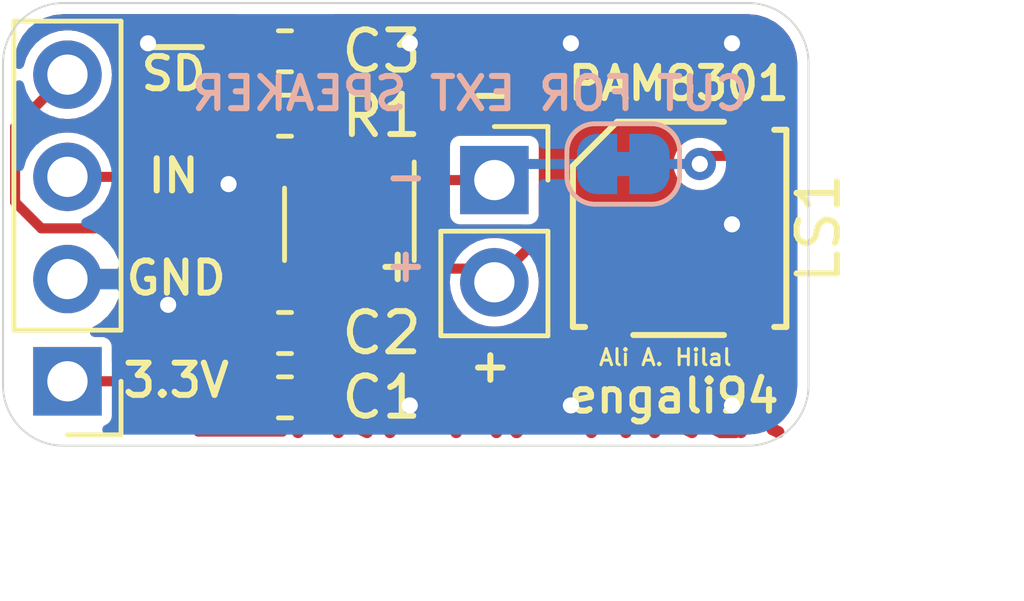
<source format=kicad_pcb>
(kicad_pcb (version 20171130) (host pcbnew "(5.1.2-1)-1")

  (general
    (thickness 1.6)
    (drawings 24)
    (tracks 47)
    (zones 0)
    (modules 9)
    (nets 10)
  )

  (page A4)
  (layers
    (0 F.Cu signal hide)
    (31 B.Cu signal hide)
    (32 B.Adhes user)
    (33 F.Adhes user)
    (34 B.Paste user)
    (35 F.Paste user)
    (36 B.SilkS user)
    (37 F.SilkS user)
    (38 B.Mask user)
    (39 F.Mask user)
    (40 Dwgs.User user)
    (41 Cmts.User user)
    (42 Eco1.User user)
    (43 Eco2.User user)
    (44 Edge.Cuts user)
    (45 Margin user)
    (46 B.CrtYd user)
    (47 F.CrtYd user)
    (48 B.Fab user hide)
    (49 F.Fab user hide)
  )

  (setup
    (last_trace_width 0.25)
    (trace_clearance 0.2)
    (zone_clearance 0.25)
    (zone_45_only no)
    (trace_min 0.2)
    (via_size 0.8)
    (via_drill 0.4)
    (via_min_size 0.4)
    (via_min_drill 0.3)
    (uvia_size 0.3)
    (uvia_drill 0.1)
    (uvias_allowed no)
    (uvia_min_size 0.2)
    (uvia_min_drill 0.1)
    (edge_width 0.05)
    (segment_width 0.2)
    (pcb_text_width 0.3)
    (pcb_text_size 1.5 1.5)
    (mod_edge_width 0.12)
    (mod_text_size 1 1)
    (mod_text_width 0.15)
    (pad_size 1.524 1.524)
    (pad_drill 0.762)
    (pad_to_mask_clearance 0.051)
    (solder_mask_min_width 0.25)
    (aux_axis_origin 0 0)
    (visible_elements FFFFFF7F)
    (pcbplotparams
      (layerselection 0x010fc_ffffffff)
      (usegerberextensions false)
      (usegerberattributes false)
      (usegerberadvancedattributes false)
      (creategerberjobfile false)
      (excludeedgelayer true)
      (linewidth 0.100000)
      (plotframeref false)
      (viasonmask false)
      (mode 1)
      (useauxorigin false)
      (hpglpennumber 1)
      (hpglpenspeed 20)
      (hpglpendiameter 15.000000)
      (psnegative false)
      (psa4output false)
      (plotreference true)
      (plotvalue true)
      (plotinvisibletext false)
      (padsonsilk false)
      (subtractmaskfromsilk false)
      (outputformat 1)
      (mirror false)
      (drillshape 1)
      (scaleselection 1)
      (outputdirectory ""))
  )

  (net 0 "")
  (net 1 GND)
  (net 2 +3V3)
  (net 3 /IN)
  (net 4 "Net-(C3-Pad1)")
  (net 5 /~SD~)
  (net 6 "Net-(J2-Pad2)")
  (net 7 "Net-(J2-Pad1)")
  (net 8 "Net-(JP1-Pad2)")
  (net 9 "Net-(R1-Pad1)")

  (net_class Default "This is the default net class."
    (clearance 0.2)
    (trace_width 0.25)
    (via_dia 0.8)
    (via_drill 0.4)
    (uvia_dia 0.3)
    (uvia_drill 0.1)
    (add_net +3V3)
    (add_net /IN)
    (add_net /~SD~)
    (add_net GND)
    (add_net "Net-(C3-Pad1)")
    (add_net "Net-(J2-Pad1)")
    (add_net "Net-(J2-Pad2)")
    (add_net "Net-(JP1-Pad2)")
    (add_net "Net-(R1-Pad1)")
  )

  (module Connector_PinHeader_2.54mm:PinHeader_1x04_P2.54mm_Vertical (layer F.Cu) (tedit 59FED5CC) (tstamp 5CF2B84D)
    (at 125 83.4 180)
    (descr "Through hole straight pin header, 1x04, 2.54mm pitch, single row")
    (tags "Through hole pin header THT 1x04 2.54mm single row")
    (path /5D09B593)
    (fp_text reference J1 (at 0 -2.77) (layer F.SilkS) hide
      (effects (font (size 1 1) (thickness 0.15)))
    )
    (fp_text value Conn_01x04 (at 0 10.39) (layer F.Fab)
      (effects (font (size 1 1) (thickness 0.15)))
    )
    (fp_text user %R (at 0 3.81 90) (layer F.Fab)
      (effects (font (size 1 1) (thickness 0.15)))
    )
    (fp_line (start 1.8 -1.8) (end -1.8 -1.8) (layer F.CrtYd) (width 0.05))
    (fp_line (start 1.8 9.4) (end 1.8 -1.8) (layer F.CrtYd) (width 0.05))
    (fp_line (start -1.8 9.4) (end 1.8 9.4) (layer F.CrtYd) (width 0.05))
    (fp_line (start -1.8 -1.8) (end -1.8 9.4) (layer F.CrtYd) (width 0.05))
    (fp_line (start -1.33 -1.33) (end 0 -1.33) (layer F.SilkS) (width 0.12))
    (fp_line (start -1.33 0) (end -1.33 -1.33) (layer F.SilkS) (width 0.12))
    (fp_line (start -1.33 1.27) (end 1.33 1.27) (layer F.SilkS) (width 0.12))
    (fp_line (start 1.33 1.27) (end 1.33 8.95) (layer F.SilkS) (width 0.12))
    (fp_line (start -1.33 1.27) (end -1.33 8.95) (layer F.SilkS) (width 0.12))
    (fp_line (start -1.33 8.95) (end 1.33 8.95) (layer F.SilkS) (width 0.12))
    (fp_line (start -1.27 -0.635) (end -0.635 -1.27) (layer F.Fab) (width 0.1))
    (fp_line (start -1.27 8.89) (end -1.27 -0.635) (layer F.Fab) (width 0.1))
    (fp_line (start 1.27 8.89) (end -1.27 8.89) (layer F.Fab) (width 0.1))
    (fp_line (start 1.27 -1.27) (end 1.27 8.89) (layer F.Fab) (width 0.1))
    (fp_line (start -0.635 -1.27) (end 1.27 -1.27) (layer F.Fab) (width 0.1))
    (pad 4 thru_hole oval (at 0 7.62 180) (size 1.7 1.7) (drill 1) (layers *.Cu *.Mask)
      (net 5 /~SD~))
    (pad 3 thru_hole oval (at 0 5.08 180) (size 1.7 1.7) (drill 1) (layers *.Cu *.Mask)
      (net 3 /IN))
    (pad 2 thru_hole oval (at 0 2.54 180) (size 1.7 1.7) (drill 1) (layers *.Cu *.Mask)
      (net 1 GND))
    (pad 1 thru_hole rect (at 0 0 180) (size 1.7 1.7) (drill 1) (layers *.Cu *.Mask)
      (net 2 +3V3))
    (model ${KISYS3DMOD}/Connector_PinHeader_2.54mm.3dshapes/PinHeader_1x04_P2.54mm_Vertical.wrl
      (at (xyz 0 0 0))
      (scale (xyz 1 1 1))
      (rotate (xyz 0 0 0))
    )
  )

  (module Resistor_SMD:R_0603_1608Metric (layer F.Cu) (tedit 5B301BBD) (tstamp 5CF2CA9D)
    (at 130.4 76.8 180)
    (descr "Resistor SMD 0603 (1608 Metric), square (rectangular) end terminal, IPC_7351 nominal, (Body size source: http://www.tortai-tech.com/upload/download/2011102023233369053.pdf), generated with kicad-footprint-generator")
    (tags resistor)
    (path /5CF2F063)
    (attr smd)
    (fp_text reference R1 (at -2.4 0) (layer F.SilkS)
      (effects (font (size 1 1) (thickness 0.15)))
    )
    (fp_text value 47k (at 0 1.43) (layer F.Fab)
      (effects (font (size 1 1) (thickness 0.15)))
    )
    (fp_text user %R (at 0 0) (layer F.Fab)
      (effects (font (size 0.4 0.4) (thickness 0.06)))
    )
    (fp_line (start 1.48 0.73) (end -1.48 0.73) (layer F.CrtYd) (width 0.05))
    (fp_line (start 1.48 -0.73) (end 1.48 0.73) (layer F.CrtYd) (width 0.05))
    (fp_line (start -1.48 -0.73) (end 1.48 -0.73) (layer F.CrtYd) (width 0.05))
    (fp_line (start -1.48 0.73) (end -1.48 -0.73) (layer F.CrtYd) (width 0.05))
    (fp_line (start -0.162779 0.51) (end 0.162779 0.51) (layer F.SilkS) (width 0.12))
    (fp_line (start -0.162779 -0.51) (end 0.162779 -0.51) (layer F.SilkS) (width 0.12))
    (fp_line (start 0.8 0.4) (end -0.8 0.4) (layer F.Fab) (width 0.1))
    (fp_line (start 0.8 -0.4) (end 0.8 0.4) (layer F.Fab) (width 0.1))
    (fp_line (start -0.8 -0.4) (end 0.8 -0.4) (layer F.Fab) (width 0.1))
    (fp_line (start -0.8 0.4) (end -0.8 -0.4) (layer F.Fab) (width 0.1))
    (pad 2 smd roundrect (at 0.7875 0 180) (size 0.875 0.95) (layers F.Cu F.Paste F.Mask) (roundrect_rratio 0.25)
      (net 4 "Net-(C3-Pad1)"))
    (pad 1 smd roundrect (at -0.7875 0 180) (size 0.875 0.95) (layers F.Cu F.Paste F.Mask) (roundrect_rratio 0.25)
      (net 9 "Net-(R1-Pad1)"))
    (model ${KISYS3DMOD}/Resistor_SMD.3dshapes/R_0603_1608Metric.wrl
      (at (xyz 0 0 0))
      (scale (xyz 1 1 1))
      (rotate (xyz 0 0 0))
    )
  )

  (module Package_TO_SOT_SMD:SOT-23-6 (layer F.Cu) (tedit 5A02FF57) (tstamp 5CF2B8A8)
    (at 132 79.5 270)
    (descr "6-pin SOT-23 package")
    (tags SOT-23-6)
    (path /5D08EA68)
    (attr smd)
    (fp_text reference U1 (at 0 -2.9 90) (layer F.SilkS) hide
      (effects (font (size 1 1) (thickness 0.15)))
    )
    (fp_text value PAM8301 (at 0 2.9 90) (layer F.Fab)
      (effects (font (size 1 1) (thickness 0.15)))
    )
    (fp_line (start 0.9 -1.55) (end 0.9 1.55) (layer F.Fab) (width 0.1))
    (fp_line (start 0.9 1.55) (end -0.9 1.55) (layer F.Fab) (width 0.1))
    (fp_line (start -0.9 -0.9) (end -0.9 1.55) (layer F.Fab) (width 0.1))
    (fp_line (start 0.9 -1.55) (end -0.25 -1.55) (layer F.Fab) (width 0.1))
    (fp_line (start -0.9 -0.9) (end -0.25 -1.55) (layer F.Fab) (width 0.1))
    (fp_line (start -1.9 -1.8) (end -1.9 1.8) (layer F.CrtYd) (width 0.05))
    (fp_line (start -1.9 1.8) (end 1.9 1.8) (layer F.CrtYd) (width 0.05))
    (fp_line (start 1.9 1.8) (end 1.9 -1.8) (layer F.CrtYd) (width 0.05))
    (fp_line (start 1.9 -1.8) (end -1.9 -1.8) (layer F.CrtYd) (width 0.05))
    (fp_line (start 0.9 -1.61) (end -1.55 -1.61) (layer F.SilkS) (width 0.12))
    (fp_line (start -0.9 1.61) (end 0.9 1.61) (layer F.SilkS) (width 0.12))
    (fp_text user %R (at 0 0) (layer F.Fab)
      (effects (font (size 0.5 0.5) (thickness 0.075)))
    )
    (pad 5 smd rect (at 1.1 0 270) (size 1.06 0.65) (layers F.Cu F.Paste F.Mask)
      (net 2 +3V3))
    (pad 6 smd rect (at 1.1 -0.95 270) (size 1.06 0.65) (layers F.Cu F.Paste F.Mask)
      (net 6 "Net-(J2-Pad2)"))
    (pad 4 smd rect (at 1.1 0.95 270) (size 1.06 0.65) (layers F.Cu F.Paste F.Mask)
      (net 5 /~SD~))
    (pad 3 smd rect (at -1.1 0.95 270) (size 1.06 0.65) (layers F.Cu F.Paste F.Mask)
      (net 9 "Net-(R1-Pad1)"))
    (pad 2 smd rect (at -1.1 0 270) (size 1.06 0.65) (layers F.Cu F.Paste F.Mask)
      (net 1 GND))
    (pad 1 smd rect (at -1.1 -0.95 270) (size 1.06 0.65) (layers F.Cu F.Paste F.Mask)
      (net 7 "Net-(J2-Pad1)"))
    (model ${KISYS3DMOD}/Package_TO_SOT_SMD.3dshapes/SOT-23-6.wrl
      (at (xyz 0 0 0))
      (scale (xyz 1 1 1))
      (rotate (xyz 0 0 0))
    )
  )

  (module Buzzer_Beeper_Extra:CMT-5023S (layer F.Cu) (tedit 5BA2AFCF) (tstamp 5CF2C151)
    (at 140.2 79.6 90)
    (path /5D08C2E2)
    (attr smd)
    (fp_text reference LS1 (at 0 3.45 90) (layer F.SilkS)
      (effects (font (size 1 1) (thickness 0.15)))
    )
    (fp_text value Speaker (at 0 -3.4 90) (layer F.Fab)
      (effects (font (size 1 1) (thickness 0.15)))
    )
    (fp_line (start -2.65 -1.15) (end -2.65 1.1) (layer F.SilkS) (width 0.15))
    (fp_line (start 1.55 -2.65) (end 2.65 -1.55) (layer F.SilkS) (width 0.15))
    (fp_line (start 2.45 2.65) (end 2.45 2.35) (layer F.SilkS) (width 0.15))
    (fp_line (start -2.45 2.65) (end 2.45 2.65) (layer F.SilkS) (width 0.15))
    (fp_line (start -2.45 2.35) (end -2.45 2.65) (layer F.SilkS) (width 0.15))
    (fp_line (start -2.45 -2.65) (end -2.45 -2.35) (layer F.SilkS) (width 0.15))
    (fp_line (start 1.55 -2.65) (end -2.45 -2.65) (layer F.SilkS) (width 0.15))
    (fp_line (start 2.65 -1.55) (end 2.65 1.1) (layer F.SilkS) (width 0.15))
    (fp_line (start 1.5 -2.5) (end 2.5 -1.5) (layer F.Fab) (width 0.12))
    (fp_line (start -2.3 -2.5) (end 1.5 -2.5) (layer F.Fab) (width 0.12))
    (fp_line (start -2.3 -1.2) (end -2.3 -2.5) (layer F.Fab) (width 0.12))
    (fp_line (start 2.5 1) (end 2.5 -1.5) (layer F.Fab) (width 0.12))
    (fp_line (start 2.3 1.2) (end 2.5 1) (layer F.Fab) (width 0.12))
    (fp_line (start 2.3 2.5) (end 2.3 1.2) (layer F.Fab) (width 0.12))
    (fp_line (start -2.3 2.5) (end 2.3 2.5) (layer F.Fab) (width 0.12))
    (fp_line (start -2.3 1.2) (end -2.3 2.5) (layer F.Fab) (width 0.12))
    (fp_line (start -2.5 1) (end -2.3 1.2) (layer F.Fab) (width 0.12))
    (fp_line (start -2.5 0) (end -2.5 1) (layer F.Fab) (width 0.12))
    (fp_line (start -2.5 -1) (end -2.3 -1.2) (layer F.Fab) (width 0.12))
    (fp_line (start -2.5 0) (end -2.5 -1) (layer F.Fab) (width 0.12))
    (fp_circle (center 0 0) (end 0.4 0) (layer F.Fab) (width 0.12))
    (pad "" smd rect (at -1.8 -1.75 90) (size 1.7 1) (layers F.Cu F.Paste F.Mask))
    (pad 1 smd rect (at -1.8 1.75 90) (size 1.7 1) (layers F.Cu F.Paste F.Mask)
      (net 6 "Net-(J2-Pad2)"))
    (pad 2 smd rect (at 1.8 1.75 90) (size 1.7 1) (layers F.Cu F.Paste F.Mask)
      (net 8 "Net-(JP1-Pad2)"))
    (model ${KISYS3DMOD}/Buzzers_Beepers.3dshapes/PUIAudio_SMT_0825_S_4_R.step
      (at (xyz 0 0 0))
      (scale (xyz 0.6 0.5 0.7))
      (rotate (xyz 0 0 0))
    )
  )

  (module Jumper:SolderJumper-2_P1.3mm_Bridged_RoundedPad1.0x1.5mm (layer B.Cu) (tedit 5C745284) (tstamp 5CF2C112)
    (at 138.8 78)
    (descr "SMD Solder Jumper, 1x1.5mm, rounded Pads, 0.3mm gap, bridged with 1 copper strip")
    (tags "solder jumper open")
    (path /5D08B62E)
    (attr virtual)
    (fp_text reference JP1 (at 0 1.8) (layer B.SilkS) hide
      (effects (font (size 1 1) (thickness 0.15)) (justify mirror))
    )
    (fp_text value Jumper_NC_Small (at 0 -1.9) (layer B.Fab)
      (effects (font (size 1 1) (thickness 0.15)) (justify mirror))
    )
    (fp_poly (pts (xy 0.25 0.3) (xy -0.25 0.3) (xy -0.25 -0.3) (xy 0.25 -0.3)) (layer B.Cu) (width 0))
    (fp_line (start 1.65 -1.25) (end -1.65 -1.25) (layer B.CrtYd) (width 0.05))
    (fp_line (start 1.65 -1.25) (end 1.65 1.25) (layer B.CrtYd) (width 0.05))
    (fp_line (start -1.65 1.25) (end -1.65 -1.25) (layer B.CrtYd) (width 0.05))
    (fp_line (start -1.65 1.25) (end 1.65 1.25) (layer B.CrtYd) (width 0.05))
    (fp_line (start -0.7 1) (end 0.7 1) (layer B.SilkS) (width 0.12))
    (fp_line (start 1.4 0.3) (end 1.4 -0.3) (layer B.SilkS) (width 0.12))
    (fp_line (start 0.7 -1) (end -0.7 -1) (layer B.SilkS) (width 0.12))
    (fp_line (start -1.4 -0.3) (end -1.4 0.3) (layer B.SilkS) (width 0.12))
    (fp_arc (start -0.7 0.3) (end -0.7 1) (angle 90) (layer B.SilkS) (width 0.12))
    (fp_arc (start -0.7 -0.3) (end -1.4 -0.3) (angle 90) (layer B.SilkS) (width 0.12))
    (fp_arc (start 0.7 -0.3) (end 0.7 -1) (angle 90) (layer B.SilkS) (width 0.12))
    (fp_arc (start 0.7 0.3) (end 1.4 0.3) (angle 90) (layer B.SilkS) (width 0.12))
    (pad 1 smd custom (at -0.65 0) (size 1 0.5) (layers B.Cu B.Mask)
      (net 7 "Net-(J2-Pad1)") (zone_connect 2)
      (options (clearance outline) (anchor rect))
      (primitives
        (gr_circle (center 0 -0.25) (end 0.5 -0.25) (width 0))
        (gr_circle (center 0 0.25) (end 0.5 0.25) (width 0))
        (gr_poly (pts
           (xy 0 0.75) (xy 0.5 0.75) (xy 0.5 -0.75) (xy 0 -0.75)) (width 0))
      ))
    (pad 2 smd custom (at 0.65 0) (size 1 0.5) (layers B.Cu B.Mask)
      (net 8 "Net-(JP1-Pad2)") (zone_connect 2)
      (options (clearance outline) (anchor rect))
      (primitives
        (gr_circle (center 0 -0.25) (end 0.5 -0.25) (width 0))
        (gr_circle (center 0 0.25) (end 0.5 0.25) (width 0))
        (gr_poly (pts
           (xy 0 0.75) (xy -0.5 0.75) (xy -0.5 -0.75) (xy 0 -0.75)) (width 0))
      ))
  )

  (module Connector_PinSocket_2.54mm:PinSocket_1x02_P2.54mm_Vertical (layer F.Cu) (tedit 5A19A420) (tstamp 5CF2C0D6)
    (at 135.6 78.4)
    (descr "Through hole straight socket strip, 1x02, 2.54mm pitch, single row (from Kicad 4.0.7), script generated")
    (tags "Through hole socket strip THT 1x02 2.54mm single row")
    (path /5D09721F)
    (fp_text reference J2 (at 0 -2.77) (layer F.SilkS) hide
      (effects (font (size 1 1) (thickness 0.15)))
    )
    (fp_text value Conn_01x02 (at 0 5.31) (layer F.Fab)
      (effects (font (size 1 1) (thickness 0.15)))
    )
    (fp_text user %R (at 0 1.27 90) (layer F.Fab)
      (effects (font (size 1 1) (thickness 0.15)))
    )
    (fp_line (start -1.8 4.3) (end -1.8 -1.8) (layer F.CrtYd) (width 0.05))
    (fp_line (start 1.75 4.3) (end -1.8 4.3) (layer F.CrtYd) (width 0.05))
    (fp_line (start 1.75 -1.8) (end 1.75 4.3) (layer F.CrtYd) (width 0.05))
    (fp_line (start -1.8 -1.8) (end 1.75 -1.8) (layer F.CrtYd) (width 0.05))
    (fp_line (start 0 -1.33) (end 1.33 -1.33) (layer F.SilkS) (width 0.12))
    (fp_line (start 1.33 -1.33) (end 1.33 0) (layer F.SilkS) (width 0.12))
    (fp_line (start 1.33 1.27) (end 1.33 3.87) (layer F.SilkS) (width 0.12))
    (fp_line (start -1.33 3.87) (end 1.33 3.87) (layer F.SilkS) (width 0.12))
    (fp_line (start -1.33 1.27) (end -1.33 3.87) (layer F.SilkS) (width 0.12))
    (fp_line (start -1.33 1.27) (end 1.33 1.27) (layer F.SilkS) (width 0.12))
    (fp_line (start -1.27 3.81) (end -1.27 -1.27) (layer F.Fab) (width 0.1))
    (fp_line (start 1.27 3.81) (end -1.27 3.81) (layer F.Fab) (width 0.1))
    (fp_line (start 1.27 -0.635) (end 1.27 3.81) (layer F.Fab) (width 0.1))
    (fp_line (start 0.635 -1.27) (end 1.27 -0.635) (layer F.Fab) (width 0.1))
    (fp_line (start -1.27 -1.27) (end 0.635 -1.27) (layer F.Fab) (width 0.1))
    (pad 2 thru_hole oval (at 0 2.54) (size 1.7 1.7) (drill 1) (layers *.Cu *.Mask)
      (net 6 "Net-(J2-Pad2)"))
    (pad 1 thru_hole rect (at 0 0) (size 1.7 1.7) (drill 1) (layers *.Cu *.Mask)
      (net 7 "Net-(J2-Pad1)"))
  )

  (module Capacitor_SMD:C_0603_1608Metric (layer F.Cu) (tedit 5B301BBE) (tstamp 5CF2C0A1)
    (at 130.4 75.2 180)
    (descr "Capacitor SMD 0603 (1608 Metric), square (rectangular) end terminal, IPC_7351 nominal, (Body size source: http://www.tortai-tech.com/upload/download/2011102023233369053.pdf), generated with kicad-footprint-generator")
    (tags capacitor)
    (path /5D09D330)
    (attr smd)
    (fp_text reference C3 (at -2.4 0) (layer F.SilkS)
      (effects (font (size 1 1) (thickness 0.15)))
    )
    (fp_text value 0.1uF (at 0 1.43) (layer F.Fab)
      (effects (font (size 1 1) (thickness 0.15)))
    )
    (fp_text user %R (at 0 0) (layer F.Fab)
      (effects (font (size 0.4 0.4) (thickness 0.06)))
    )
    (fp_line (start 1.48 0.73) (end -1.48 0.73) (layer F.CrtYd) (width 0.05))
    (fp_line (start 1.48 -0.73) (end 1.48 0.73) (layer F.CrtYd) (width 0.05))
    (fp_line (start -1.48 -0.73) (end 1.48 -0.73) (layer F.CrtYd) (width 0.05))
    (fp_line (start -1.48 0.73) (end -1.48 -0.73) (layer F.CrtYd) (width 0.05))
    (fp_line (start -0.162779 0.51) (end 0.162779 0.51) (layer F.SilkS) (width 0.12))
    (fp_line (start -0.162779 -0.51) (end 0.162779 -0.51) (layer F.SilkS) (width 0.12))
    (fp_line (start 0.8 0.4) (end -0.8 0.4) (layer F.Fab) (width 0.1))
    (fp_line (start 0.8 -0.4) (end 0.8 0.4) (layer F.Fab) (width 0.1))
    (fp_line (start -0.8 -0.4) (end 0.8 -0.4) (layer F.Fab) (width 0.1))
    (fp_line (start -0.8 0.4) (end -0.8 -0.4) (layer F.Fab) (width 0.1))
    (pad 2 smd roundrect (at 0.7875 0 180) (size 0.875 0.95) (layers F.Cu F.Paste F.Mask) (roundrect_rratio 0.25)
      (net 3 /IN))
    (pad 1 smd roundrect (at -0.7875 0 180) (size 0.875 0.95) (layers F.Cu F.Paste F.Mask) (roundrect_rratio 0.25)
      (net 4 "Net-(C3-Pad1)"))
    (model ${KISYS3DMOD}/Capacitor_SMD.3dshapes/C_0603_1608Metric.wrl
      (at (xyz 0 0 0))
      (scale (xyz 1 1 1))
      (rotate (xyz 0 0 0))
    )
  )

  (module Capacitor_SMD:C_0603_1608Metric (layer F.Cu) (tedit 5B301BBE) (tstamp 5CF2B824)
    (at 130.4 82.2 180)
    (descr "Capacitor SMD 0603 (1608 Metric), square (rectangular) end terminal, IPC_7351 nominal, (Body size source: http://www.tortai-tech.com/upload/download/2011102023233369053.pdf), generated with kicad-footprint-generator")
    (tags capacitor)
    (path /5D098ABF)
    (attr smd)
    (fp_text reference C2 (at -2.4 0) (layer F.SilkS)
      (effects (font (size 1 1) (thickness 0.15)))
    )
    (fp_text value 10uF (at 0 1.43) (layer F.Fab)
      (effects (font (size 1 1) (thickness 0.15)))
    )
    (fp_text user %R (at 0 0) (layer F.Fab)
      (effects (font (size 0.4 0.4) (thickness 0.06)))
    )
    (fp_line (start 1.48 0.73) (end -1.48 0.73) (layer F.CrtYd) (width 0.05))
    (fp_line (start 1.48 -0.73) (end 1.48 0.73) (layer F.CrtYd) (width 0.05))
    (fp_line (start -1.48 -0.73) (end 1.48 -0.73) (layer F.CrtYd) (width 0.05))
    (fp_line (start -1.48 0.73) (end -1.48 -0.73) (layer F.CrtYd) (width 0.05))
    (fp_line (start -0.162779 0.51) (end 0.162779 0.51) (layer F.SilkS) (width 0.12))
    (fp_line (start -0.162779 -0.51) (end 0.162779 -0.51) (layer F.SilkS) (width 0.12))
    (fp_line (start 0.8 0.4) (end -0.8 0.4) (layer F.Fab) (width 0.1))
    (fp_line (start 0.8 -0.4) (end 0.8 0.4) (layer F.Fab) (width 0.1))
    (fp_line (start -0.8 -0.4) (end 0.8 -0.4) (layer F.Fab) (width 0.1))
    (fp_line (start -0.8 0.4) (end -0.8 -0.4) (layer F.Fab) (width 0.1))
    (pad 2 smd roundrect (at 0.7875 0 180) (size 0.875 0.95) (layers F.Cu F.Paste F.Mask) (roundrect_rratio 0.25)
      (net 1 GND))
    (pad 1 smd roundrect (at -0.7875 0 180) (size 0.875 0.95) (layers F.Cu F.Paste F.Mask) (roundrect_rratio 0.25)
      (net 2 +3V3))
    (model ${KISYS3DMOD}/Capacitor_SMD.3dshapes/C_0603_1608Metric.wrl
      (at (xyz 0 0 0))
      (scale (xyz 1 1 1))
      (rotate (xyz 0 0 0))
    )
  )

  (module Capacitor_SMD:C_0603_1608Metric (layer F.Cu) (tedit 5B301BBE) (tstamp 5CF2B813)
    (at 130.4 83.8 180)
    (descr "Capacitor SMD 0603 (1608 Metric), square (rectangular) end terminal, IPC_7351 nominal, (Body size source: http://www.tortai-tech.com/upload/download/2011102023233369053.pdf), generated with kicad-footprint-generator")
    (tags capacitor)
    (path /5D089161)
    (attr smd)
    (fp_text reference C1 (at -2.4 0) (layer F.SilkS)
      (effects (font (size 1 1) (thickness 0.15)))
    )
    (fp_text value 0.1uF (at 0 1.43) (layer F.Fab)
      (effects (font (size 1 1) (thickness 0.15)))
    )
    (fp_text user %R (at 0 0) (layer F.Fab)
      (effects (font (size 0.4 0.4) (thickness 0.06)))
    )
    (fp_line (start 1.48 0.73) (end -1.48 0.73) (layer F.CrtYd) (width 0.05))
    (fp_line (start 1.48 -0.73) (end 1.48 0.73) (layer F.CrtYd) (width 0.05))
    (fp_line (start -1.48 -0.73) (end 1.48 -0.73) (layer F.CrtYd) (width 0.05))
    (fp_line (start -1.48 0.73) (end -1.48 -0.73) (layer F.CrtYd) (width 0.05))
    (fp_line (start -0.162779 0.51) (end 0.162779 0.51) (layer F.SilkS) (width 0.12))
    (fp_line (start -0.162779 -0.51) (end 0.162779 -0.51) (layer F.SilkS) (width 0.12))
    (fp_line (start 0.8 0.4) (end -0.8 0.4) (layer F.Fab) (width 0.1))
    (fp_line (start 0.8 -0.4) (end 0.8 0.4) (layer F.Fab) (width 0.1))
    (fp_line (start -0.8 -0.4) (end 0.8 -0.4) (layer F.Fab) (width 0.1))
    (fp_line (start -0.8 0.4) (end -0.8 -0.4) (layer F.Fab) (width 0.1))
    (pad 2 smd roundrect (at 0.7875 0 180) (size 0.875 0.95) (layers F.Cu F.Paste F.Mask) (roundrect_rratio 0.25)
      (net 1 GND))
    (pad 1 smd roundrect (at -0.7875 0 180) (size 0.875 0.95) (layers F.Cu F.Paste F.Mask) (roundrect_rratio 0.25)
      (net 2 +3V3))
    (model ${KISYS3DMOD}/Capacitor_SMD.3dshapes/C_0603_1608Metric.wrl
      (at (xyz 0 0 0))
      (scale (xyz 1 1 1))
      (rotate (xyz 0 0 0))
    )
  )

  (gr_text "Ali A. Hilal" (at 139.84478 82.80654) (layer F.SilkS)
    (effects (font (size 0.4 0.4) (thickness 0.075)))
  )
  (gr_text "Ali A. Hilal" (at 136.72312 83.9851) (layer F.Cu)
    (effects (font (size 1.5 1.5) (thickness 0.3)))
  )
  (gr_text + (at 133.4 80.5) (layer B.SilkS) (tstamp 5CF2D2CF)
    (effects (font (size 0.8 0.8) (thickness 0.15)) (justify mirror))
  )
  (gr_text + (at 133.2 80.5) (layer F.SilkS) (tstamp 5CF2D286)
    (effects (font (size 0.8 0.8) (thickness 0.15)))
  )
  (gr_text - (at 133.4 78.3) (layer B.SilkS) (tstamp 5CF2D282)
    (effects (font (size 0.8 0.8) (thickness 0.15)) (justify mirror))
  )
  (gr_text engali94 (at 142.74546 83.76666) (layer F.SilkS) (tstamp 5CF2D128)
    (effects (font (size 0.8 0.8) (thickness 0.15)) (justify right))
  )
  (gr_text PAM8301 (at 143 76) (layer F.SilkS) (tstamp 5CF2D0F6)
    (effects (font (size 0.8 0.8) (thickness 0.15)) (justify right))
  )
  (gr_text ~SD~ (at 127.635 75.7555) (layer F.SilkS) (tstamp 5CF2D0A9)
    (effects (font (size 0.8 0.8) (thickness 0.15)))
  )
  (gr_text IN (at 127.635 78.2955) (layer F.SilkS) (tstamp 5CF2D0A7)
    (effects (font (size 0.8 0.8) (thickness 0.15)))
  )
  (gr_text GND (at 127.6985 80.8355) (layer F.SilkS) (tstamp 5CF2D0A5)
    (effects (font (size 0.8 0.8) (thickness 0.15)))
  )
  (gr_text 3.3V (at 127.6985 83.3755) (layer F.SilkS) (tstamp 5CF2D0A0)
    (effects (font (size 0.8 0.8) (thickness 0.15)))
  )
  (gr_text + (at 135.5 83) (layer F.SilkS) (tstamp 5CF2D059)
    (effects (font (size 0.8 0.8) (thickness 0.15)))
  )
  (gr_text - (at 135.5 76.25) (layer F.SilkS) (tstamp 5CF2D04C)
    (effects (font (size 0.8 0.8) (thickness 0.15)))
  )
  (gr_text "CUT FOR EXT SPEAKER" (at 142 76.25) (layer B.SilkS)
    (effects (font (size 0.8 0.8) (thickness 0.15)) (justify left mirror))
  )
  (gr_arc (start 124.9 83.5) (end 123.4 83.5) (angle -90) (layer Edge.Cuts) (width 0.05) (tstamp 5CF2CF4E))
  (gr_arc (start 124.9 75.5) (end 124.9 74) (angle -90) (layer Edge.Cuts) (width 0.05) (tstamp 5CF2CF4D))
  (gr_line (start 123.4 83.5) (end 123.4 75.5) (layer Edge.Cuts) (width 0.05) (tstamp 5CF2CF4C))
  (dimension 11 (width 0.15) (layer Margin)
    (gr_text "11.000 mm" (at 147.4 79.5 270) (layer Margin)
      (effects (font (size 1 1) (thickness 0.15)))
    )
    (feature1 (pts (xy 144.1 85) (xy 146.686421 85)))
    (feature2 (pts (xy 144.1 74) (xy 146.686421 74)))
    (crossbar (pts (xy 146.1 74) (xy 146.1 85)))
    (arrow1a (pts (xy 146.1 85) (xy 145.513579 83.873496)))
    (arrow1b (pts (xy 146.1 85) (xy 146.686421 83.873496)))
    (arrow2a (pts (xy 146.1 74) (xy 145.513579 75.126504)))
    (arrow2b (pts (xy 146.1 74) (xy 146.686421 75.126504)))
  )
  (dimension 20 (width 0.15) (layer Margin)
    (gr_text "20.000 mm" (at 133.4 89.5) (layer Margin)
      (effects (font (size 1 1) (thickness 0.15)))
    )
    (feature1 (pts (xy 143.4 86.2) (xy 143.4 88.786421)))
    (feature2 (pts (xy 123.4 86.2) (xy 123.4 88.786421)))
    (crossbar (pts (xy 123.4 88.2) (xy 143.4 88.2)))
    (arrow1a (pts (xy 143.4 88.2) (xy 142.273496 88.786421)))
    (arrow1b (pts (xy 143.4 88.2) (xy 142.273496 87.613579)))
    (arrow2a (pts (xy 123.4 88.2) (xy 124.526504 88.786421)))
    (arrow2b (pts (xy 123.4 88.2) (xy 124.526504 87.613579)))
  )
  (gr_arc (start 141.9 83.5) (end 141.9 85) (angle -90) (layer Edge.Cuts) (width 0.05) (tstamp 5CF2CE05))
  (gr_arc (start 141.9 75.5) (end 143.4 75.5) (angle -90) (layer Edge.Cuts) (width 0.05))
  (gr_line (start 141.9 85) (end 124.9 85) (layer Edge.Cuts) (width 0.05))
  (gr_line (start 143.4 75.5) (end 143.4 83.5) (layer Edge.Cuts) (width 0.05))
  (gr_line (start 124.9 74) (end 141.9 74) (layer Edge.Cuts) (width 0.05))

  (via (at 127 75) (size 0.8) (drill 0.4) (layers F.Cu B.Cu) (net 1))
  (via (at 133.5 75) (size 0.8) (drill 0.4) (layers F.Cu B.Cu) (net 1))
  (via (at 141.5 75) (size 0.8) (drill 0.4) (layers F.Cu B.Cu) (net 1))
  (via (at 137.5 75) (size 0.8) (drill 0.4) (layers F.Cu B.Cu) (net 1))
  (via (at 137.5 84) (size 0.8) (drill 0.4) (layers F.Cu B.Cu) (net 1))
  (via (at 141.5 84) (size 0.8) (drill 0.4) (layers F.Cu B.Cu) (net 1))
  (via (at 133.5 84) (size 0.8) (drill 0.4) (layers F.Cu B.Cu) (net 1))
  (via (at 127.5 81.5) (size 0.8) (drill 0.4) (layers F.Cu B.Cu) (net 1))
  (via (at 129 78.5) (size 0.8) (drill 0.4) (layers F.Cu B.Cu) (net 1))
  (via (at 141.5 79.5) (size 0.8) (drill 0.4) (layers F.Cu B.Cu) (net 1))
  (segment (start 131.1875 82.2) (end 131.1875 83.8) (width 0.25) (layer F.Cu) (net 2))
  (segment (start 132 81.3875) (end 131.1875 82.2) (width 0.25) (layer F.Cu) (net 2))
  (segment (start 132 80.6) (end 132 81.3875) (width 0.25) (layer F.Cu) (net 2))
  (segment (start 130.725888 84.261612) (end 131.1875 83.8) (width 0.25) (layer F.Cu) (net 2))
  (segment (start 130.33751 84.64999) (end 130.725888 84.261612) (width 0.25) (layer F.Cu) (net 2))
  (segment (start 128.24999 84.64999) (end 130.33751 84.64999) (width 0.25) (layer F.Cu) (net 2))
  (segment (start 125 83.4) (end 127 83.4) (width 0.25) (layer F.Cu) (net 2))
  (segment (start 127 83.4) (end 128.24999 84.64999) (width 0.25) (layer F.Cu) (net 2))
  (segment (start 128.4 75.2) (end 129.6125 75.2) (width 0.25) (layer F.Cu) (net 3))
  (segment (start 127.5 76.1) (end 128.4 75.2) (width 0.25) (layer F.Cu) (net 3))
  (segment (start 127.5 77.022081) (end 127.5 76.1) (width 0.25) (layer F.Cu) (net 3))
  (segment (start 125 78.32) (end 126.202081 78.32) (width 0.25) (layer F.Cu) (net 3))
  (segment (start 126.202081 78.32) (end 127.5 77.022081) (width 0.25) (layer F.Cu) (net 3))
  (segment (start 131.1875 75.225) (end 129.6125 76.8) (width 0.25) (layer F.Cu) (net 4))
  (segment (start 131.1875 75.2) (end 131.1875 75.225) (width 0.25) (layer F.Cu) (net 4))
  (segment (start 129 80.6) (end 131.05 80.6) (width 0.25) (layer F.Cu) (net 5))
  (segment (start 128 79.6) (end 129 80.6) (width 0.25) (layer F.Cu) (net 5))
  (segment (start 124.351 79.6) (end 128 79.6) (width 0.25) (layer F.Cu) (net 5))
  (segment (start 123.7 78.949) (end 124.351 79.6) (width 0.25) (layer F.Cu) (net 5))
  (segment (start 125 75.78) (end 123.7 77.08) (width 0.25) (layer F.Cu) (net 5))
  (segment (start 123.7 77.08) (end 123.7 78.949) (width 0.25) (layer F.Cu) (net 5))
  (segment (start 135.26 80.6) (end 135.6 80.94) (width 0.25) (layer F.Cu) (net 6))
  (segment (start 132.95 80.6) (end 135.26 80.6) (width 0.25) (layer F.Cu) (net 6))
  (segment (start 141.2 81.4) (end 141.95 81.4) (width 0.25) (layer F.Cu) (net 6))
  (segment (start 139.890001 80.090001) (end 141.2 81.4) (width 0.25) (layer F.Cu) (net 6))
  (segment (start 136.449999 80.090001) (end 139.890001 80.090001) (width 0.25) (layer F.Cu) (net 6))
  (segment (start 135.6 80.94) (end 136.449999 80.090001) (width 0.25) (layer F.Cu) (net 6))
  (segment (start 133.525 78.4) (end 135.6 78.4) (width 0.25) (layer F.Cu) (net 7))
  (segment (start 132.95 78.4) (end 133.525 78.4) (width 0.25) (layer F.Cu) (net 7))
  (segment (start 136 78) (end 135.6 78.4) (width 0.25) (layer B.Cu) (net 7))
  (segment (start 138.15 78) (end 136 78) (width 0.25) (layer B.Cu) (net 7))
  (via (at 140.7 78) (size 0.8) (drill 0.4) (layers F.Cu B.Cu) (net 8))
  (segment (start 141.95 77.8) (end 140.9 77.8) (width 0.25) (layer F.Cu) (net 8))
  (segment (start 140.9 77.8) (end 140.7 78) (width 0.25) (layer F.Cu) (net 8))
  (segment (start 140.7 78) (end 139.45 78) (width 0.25) (layer B.Cu) (net 8))
  (segment (start 131.05 76.9375) (end 131.1875 76.8) (width 0.25) (layer F.Cu) (net 9))
  (segment (start 131.05 78.4) (end 131.05 76.9375) (width 0.25) (layer F.Cu) (net 9))

  (zone (net 1) (net_name GND) (layer F.Cu) (tstamp 0) (hatch edge 0.508)
    (connect_pads (clearance 0.25))
    (min_thickness 0.25)
    (fill yes (arc_segments 32) (thermal_gap 0.508) (thermal_bridge_width 0.508))
    (polygon
      (pts
        (xy 144 73.5) (xy 123 73.5) (xy 123 85.5) (xy 144 85)
      )
    )
    (filled_polygon
      (pts
        (xy 142.113284 74.422831) (xy 142.318447 74.484773) (xy 142.507668 74.585384) (xy 142.673749 74.720837) (xy 142.81035 74.885959)
        (xy 142.912282 75.074478) (xy 142.975653 75.279196) (xy 143 75.510845) (xy 143.000001 83.480427) (xy 142.977169 83.713284)
        (xy 142.915227 83.918447) (xy 142.814616 84.107668) (xy 142.679166 84.273746) (xy 142.51404 84.41035) (xy 142.325522 84.512282)
        (xy 142.120803 84.575653) (xy 141.889155 84.6) (xy 131.646283 84.6) (xy 131.737128 84.551443) (xy 131.827377 84.477377)
        (xy 131.901443 84.387128) (xy 131.956479 84.284162) (xy 131.99037 84.172439) (xy 132.001814 84.05625) (xy 132.001814 83.54375)
        (xy 131.99037 83.427561) (xy 131.956479 83.315838) (xy 131.901443 83.212872) (xy 131.827377 83.122623) (xy 131.737128 83.048557)
        (xy 131.6875 83.022031) (xy 131.6875 82.977969) (xy 131.737128 82.951443) (xy 131.827377 82.877377) (xy 131.901443 82.787128)
        (xy 131.956479 82.684162) (xy 131.99037 82.572439) (xy 132.001814 82.45625) (xy 132.001814 82.092792) (xy 132.336187 81.75842)
        (xy 132.355264 81.742764) (xy 132.417746 81.666629) (xy 132.464175 81.579767) (xy 132.492765 81.485517) (xy 132.493124 81.48187)
        (xy 132.551487 81.499574) (xy 132.625 81.506814) (xy 133.275 81.506814) (xy 133.348513 81.499574) (xy 133.4192 81.478131)
        (xy 133.484347 81.443309) (xy 133.541448 81.396448) (xy 133.588309 81.339347) (xy 133.623131 81.2742) (xy 133.644574 81.203513)
        (xy 133.651814 81.13) (xy 133.651814 81.1) (xy 134.384832 81.1) (xy 134.392725 81.180142) (xy 134.462772 81.411055)
        (xy 134.576522 81.623866) (xy 134.729603 81.810397) (xy 134.916134 81.963478) (xy 135.128945 82.077228) (xy 135.359858 82.147275)
        (xy 135.539822 82.165) (xy 135.660178 82.165) (xy 135.840142 82.147275) (xy 136.071055 82.077228) (xy 136.283866 81.963478)
        (xy 136.470397 81.810397) (xy 136.623478 81.623866) (xy 136.737228 81.411055) (xy 136.807275 81.180142) (xy 136.830927 80.94)
        (xy 136.807275 80.699858) (xy 136.77395 80.590001) (xy 137.573186 80.590001) (xy 137.573186 82.25) (xy 137.580426 82.323513)
        (xy 137.601869 82.3942) (xy 137.636691 82.459347) (xy 137.683552 82.516448) (xy 137.740653 82.563309) (xy 137.8058 82.598131)
        (xy 137.876487 82.619574) (xy 137.95 82.626814) (xy 138.95 82.626814) (xy 139.023513 82.619574) (xy 139.0942 82.598131)
        (xy 139.159347 82.563309) (xy 139.216448 82.516448) (xy 139.263309 82.459347) (xy 139.298131 82.3942) (xy 139.319574 82.323513)
        (xy 139.326814 82.25) (xy 139.326814 80.590001) (xy 139.682896 80.590001) (xy 140.82908 81.736187) (xy 140.844736 81.755264)
        (xy 140.920871 81.817746) (xy 140.984347 81.851675) (xy 141.007058 81.863814) (xy 141.007733 81.864175) (xy 141.073186 81.88403)
        (xy 141.073186 82.25) (xy 141.080426 82.323513) (xy 141.101869 82.3942) (xy 141.136691 82.459347) (xy 141.183552 82.516448)
        (xy 141.240653 82.563309) (xy 141.3058 82.598131) (xy 141.376487 82.619574) (xy 141.45 82.626814) (xy 142.45 82.626814)
        (xy 142.523513 82.619574) (xy 142.5942 82.598131) (xy 142.659347 82.563309) (xy 142.716448 82.516448) (xy 142.763309 82.459347)
        (xy 142.798131 82.3942) (xy 142.819574 82.323513) (xy 142.826814 82.25) (xy 142.826814 80.55) (xy 142.819574 80.476487)
        (xy 142.798131 80.4058) (xy 142.763309 80.340653) (xy 142.716448 80.283552) (xy 142.659347 80.236691) (xy 142.5942 80.201869)
        (xy 142.523513 80.180426) (xy 142.45 80.173186) (xy 141.45 80.173186) (xy 141.376487 80.180426) (xy 141.3058 80.201869)
        (xy 141.240653 80.236691) (xy 141.183552 80.283552) (xy 141.136691 80.340653) (xy 141.101869 80.4058) (xy 141.080426 80.476487)
        (xy 141.073186 80.55) (xy 141.073186 80.56608) (xy 140.26093 79.753825) (xy 140.245265 79.734737) (xy 140.16913 79.672255)
        (xy 140.082268 79.625826) (xy 139.988018 79.597236) (xy 139.914561 79.590001) (xy 139.890001 79.587582) (xy 139.865441 79.590001)
        (xy 136.60941 79.590001) (xy 136.659347 79.563309) (xy 136.716448 79.516448) (xy 136.763309 79.459347) (xy 136.798131 79.3942)
        (xy 136.819574 79.323513) (xy 136.826814 79.25) (xy 136.826814 77.923669) (xy 139.925 77.923669) (xy 139.925 78.076331)
        (xy 139.954783 78.226059) (xy 140.013204 78.3671) (xy 140.098018 78.494034) (xy 140.205966 78.601982) (xy 140.3329 78.686796)
        (xy 140.473941 78.745217) (xy 140.623669 78.775) (xy 140.776331 78.775) (xy 140.926059 78.745217) (xy 141.0671 78.686796)
        (xy 141.07621 78.680709) (xy 141.080426 78.723513) (xy 141.101869 78.7942) (xy 141.136691 78.859347) (xy 141.183552 78.916448)
        (xy 141.240653 78.963309) (xy 141.3058 78.998131) (xy 141.376487 79.019574) (xy 141.45 79.026814) (xy 142.45 79.026814)
        (xy 142.523513 79.019574) (xy 142.5942 78.998131) (xy 142.659347 78.963309) (xy 142.716448 78.916448) (xy 142.763309 78.859347)
        (xy 142.798131 78.7942) (xy 142.819574 78.723513) (xy 142.826814 78.65) (xy 142.826814 76.95) (xy 142.819574 76.876487)
        (xy 142.798131 76.8058) (xy 142.763309 76.740653) (xy 142.716448 76.683552) (xy 142.659347 76.636691) (xy 142.5942 76.601869)
        (xy 142.523513 76.580426) (xy 142.45 76.573186) (xy 141.45 76.573186) (xy 141.376487 76.580426) (xy 141.3058 76.601869)
        (xy 141.240653 76.636691) (xy 141.183552 76.683552) (xy 141.136691 76.740653) (xy 141.101869 76.8058) (xy 141.080426 76.876487)
        (xy 141.073186 76.95) (xy 141.073186 77.3) (xy 141.035223 77.3) (xy 140.926059 77.254783) (xy 140.776331 77.225)
        (xy 140.623669 77.225) (xy 140.473941 77.254783) (xy 140.3329 77.313204) (xy 140.205966 77.398018) (xy 140.098018 77.505966)
        (xy 140.013204 77.6329) (xy 139.954783 77.773941) (xy 139.925 77.923669) (xy 136.826814 77.923669) (xy 136.826814 77.55)
        (xy 136.819574 77.476487) (xy 136.798131 77.4058) (xy 136.763309 77.340653) (xy 136.716448 77.283552) (xy 136.659347 77.236691)
        (xy 136.5942 77.201869) (xy 136.523513 77.180426) (xy 136.45 77.173186) (xy 134.75 77.173186) (xy 134.676487 77.180426)
        (xy 134.6058 77.201869) (xy 134.540653 77.236691) (xy 134.483552 77.283552) (xy 134.436691 77.340653) (xy 134.401869 77.4058)
        (xy 134.380426 77.476487) (xy 134.373186 77.55) (xy 134.373186 77.9) (xy 133.651814 77.9) (xy 133.651814 77.87)
        (xy 133.644574 77.796487) (xy 133.623131 77.7258) (xy 133.588309 77.660653) (xy 133.541448 77.603552) (xy 133.484347 77.556691)
        (xy 133.4192 77.521869) (xy 133.348513 77.500426) (xy 133.275 77.493186) (xy 132.834633 77.493186) (xy 132.774764 77.420236)
        (xy 132.678378 77.341133) (xy 132.568411 77.282354) (xy 132.44909 77.246159) (xy 132.325 77.233937) (xy 132.28725 77.237)
        (xy 132.129 77.39525) (xy 132.129 78.271) (xy 132.149 78.271) (xy 132.149 78.529) (xy 132.129 78.529)
        (xy 132.129 79.40475) (xy 132.28725 79.563) (xy 132.325 79.566063) (xy 132.44909 79.553841) (xy 132.568411 79.517646)
        (xy 132.678378 79.458867) (xy 132.774764 79.379764) (xy 132.834633 79.306814) (xy 133.275 79.306814) (xy 133.348513 79.299574)
        (xy 133.4192 79.278131) (xy 133.484347 79.243309) (xy 133.541448 79.196448) (xy 133.588309 79.139347) (xy 133.623131 79.0742)
        (xy 133.644574 79.003513) (xy 133.651814 78.93) (xy 133.651814 78.9) (xy 134.373186 78.9) (xy 134.373186 79.25)
        (xy 134.380426 79.323513) (xy 134.401869 79.3942) (xy 134.436691 79.459347) (xy 134.483552 79.516448) (xy 134.540653 79.563309)
        (xy 134.6058 79.598131) (xy 134.676487 79.619574) (xy 134.75 79.626814) (xy 136.255883 79.626814) (xy 136.246512 79.631823)
        (xy 136.17087 79.672255) (xy 136.094735 79.734737) (xy 136.079074 79.75382) (xy 136.039649 79.793245) (xy 135.840142 79.732725)
        (xy 135.660178 79.715) (xy 135.539822 79.715) (xy 135.359858 79.732725) (xy 135.128945 79.802772) (xy 134.916134 79.916522)
        (xy 134.729603 80.069603) (xy 134.704657 80.1) (xy 133.651814 80.1) (xy 133.651814 80.07) (xy 133.644574 79.996487)
        (xy 133.623131 79.9258) (xy 133.588309 79.860653) (xy 133.541448 79.803552) (xy 133.484347 79.756691) (xy 133.4192 79.721869)
        (xy 133.348513 79.700426) (xy 133.275 79.693186) (xy 132.625 79.693186) (xy 132.551487 79.700426) (xy 132.4808 79.721869)
        (xy 132.475 79.724969) (xy 132.4692 79.721869) (xy 132.398513 79.700426) (xy 132.325 79.693186) (xy 131.675 79.693186)
        (xy 131.601487 79.700426) (xy 131.5308 79.721869) (xy 131.525 79.724969) (xy 131.5192 79.721869) (xy 131.448513 79.700426)
        (xy 131.375 79.693186) (xy 130.725 79.693186) (xy 130.651487 79.700426) (xy 130.5808 79.721869) (xy 130.515653 79.756691)
        (xy 130.458552 79.803552) (xy 130.411691 79.860653) (xy 130.376869 79.9258) (xy 130.355426 79.996487) (xy 130.348186 80.07)
        (xy 130.348186 80.1) (xy 129.207107 80.1) (xy 128.370929 79.263824) (xy 128.355264 79.244736) (xy 128.279129 79.182254)
        (xy 128.192267 79.135825) (xy 128.098017 79.107235) (xy 128.02456 79.1) (xy 128 79.097581) (xy 127.97544 79.1)
        (xy 125.944583 79.1) (xy 126.023478 79.003866) (xy 126.121757 78.82) (xy 126.177521 78.82) (xy 126.202081 78.822419)
        (xy 126.226641 78.82) (xy 126.300098 78.812765) (xy 126.394348 78.784175) (xy 126.48121 78.737746) (xy 126.557345 78.675264)
        (xy 126.57301 78.656176) (xy 127.836187 77.393001) (xy 127.855264 77.377345) (xy 127.917746 77.30121) (xy 127.964175 77.214348)
        (xy 127.992765 77.120098) (xy 128 77.046641) (xy 128 77.04664) (xy 128.002419 77.022081) (xy 128 76.997521)
        (xy 128 76.307105) (xy 128.607106 75.7) (xy 128.851987 75.7) (xy 128.898557 75.787128) (xy 128.972623 75.877377)
        (xy 129.062872 75.951443) (xy 129.153717 76) (xy 129.062872 76.048557) (xy 128.972623 76.122623) (xy 128.898557 76.212872)
        (xy 128.843521 76.315838) (xy 128.80963 76.427561) (xy 128.798186 76.54375) (xy 128.798186 77.05625) (xy 128.80963 77.172439)
        (xy 128.843521 77.284162) (xy 128.898557 77.387128) (xy 128.972623 77.477377) (xy 129.062872 77.551443) (xy 129.165838 77.606479)
        (xy 129.277561 77.64037) (xy 129.39375 77.651814) (xy 129.83125 77.651814) (xy 129.947439 77.64037) (xy 130.059162 77.606479)
        (xy 130.162128 77.551443) (xy 130.252377 77.477377) (xy 130.326443 77.387128) (xy 130.381479 77.284162) (xy 130.4 77.223107)
        (xy 130.418521 77.284162) (xy 130.473557 77.387128) (xy 130.547623 77.477377) (xy 130.550001 77.479328) (xy 130.550001 77.538332)
        (xy 130.515653 77.556691) (xy 130.458552 77.603552) (xy 130.411691 77.660653) (xy 130.376869 77.7258) (xy 130.355426 77.796487)
        (xy 130.348186 77.87) (xy 130.348186 78.93) (xy 130.355426 79.003513) (xy 130.376869 79.0742) (xy 130.411691 79.139347)
        (xy 130.458552 79.196448) (xy 130.515653 79.243309) (xy 130.5808 79.278131) (xy 130.651487 79.299574) (xy 130.725 79.306814)
        (xy 131.165367 79.306814) (xy 131.225236 79.379764) (xy 131.321622 79.458867) (xy 131.431589 79.517646) (xy 131.55091 79.553841)
        (xy 131.675 79.566063) (xy 131.71275 79.563) (xy 131.871 79.40475) (xy 131.871 78.529) (xy 131.851 78.529)
        (xy 131.851 78.271) (xy 131.871 78.271) (xy 131.871 77.424223) (xy 131.901443 77.387128) (xy 131.956479 77.284162)
        (xy 131.99037 77.172439) (xy 132.001814 77.05625) (xy 132.001814 76.54375) (xy 131.99037 76.427561) (xy 131.956479 76.315838)
        (xy 131.901443 76.212872) (xy 131.827377 76.122623) (xy 131.737128 76.048557) (xy 131.646283 76) (xy 131.737128 75.951443)
        (xy 131.827377 75.877377) (xy 131.901443 75.787128) (xy 131.956479 75.684162) (xy 131.99037 75.572439) (xy 132.001814 75.45625)
        (xy 132.001814 74.94375) (xy 131.99037 74.827561) (xy 131.956479 74.715838) (xy 131.901443 74.612872) (xy 131.827377 74.522623)
        (xy 131.737128 74.448557) (xy 131.646283 74.4) (xy 141.880437 74.4)
      )
    )
    (filled_polygon
      (pts
        (xy 128.629079 80.936186) (xy 128.644736 80.955264) (xy 128.720871 81.017746) (xy 128.807733 81.064175) (xy 128.889364 81.088937)
        (xy 128.901983 81.092765) (xy 129 81.102419) (xy 129.02456 81.1) (xy 129.062677 81.1) (xy 129.05091 81.101159)
        (xy 128.931589 81.137354) (xy 128.821622 81.196133) (xy 128.725236 81.275236) (xy 128.646133 81.371622) (xy 128.587354 81.481589)
        (xy 128.551159 81.60091) (xy 128.538937 81.725) (xy 128.542 81.91275) (xy 128.70025 82.071) (xy 129.4835 82.071)
        (xy 129.4835 82.051) (xy 129.7415 82.051) (xy 129.7415 82.071) (xy 129.7615 82.071) (xy 129.7615 82.329)
        (xy 129.7415 82.329) (xy 129.7415 83.671) (xy 129.7615 83.671) (xy 129.7615 83.929) (xy 129.7415 83.929)
        (xy 129.7415 83.949) (xy 129.4835 83.949) (xy 129.4835 83.929) (xy 128.70025 83.929) (xy 128.542 84.08725)
        (xy 128.540976 84.14999) (xy 128.457097 84.14999) (xy 127.370929 83.063824) (xy 127.355264 83.044736) (xy 127.279129 82.982254)
        (xy 127.192267 82.935825) (xy 127.098017 82.907235) (xy 127.02456 82.9) (xy 127 82.897581) (xy 126.97544 82.9)
        (xy 126.226814 82.9) (xy 126.226814 82.675) (xy 128.538937 82.675) (xy 128.551159 82.79909) (xy 128.587354 82.918411)
        (xy 128.630965 83) (xy 128.587354 83.081589) (xy 128.551159 83.20091) (xy 128.538937 83.325) (xy 128.542 83.51275)
        (xy 128.70025 83.671) (xy 129.4835 83.671) (xy 129.4835 82.329) (xy 128.70025 82.329) (xy 128.542 82.48725)
        (xy 128.538937 82.675) (xy 126.226814 82.675) (xy 126.226814 82.55) (xy 126.219574 82.476487) (xy 126.198131 82.4058)
        (xy 126.163309 82.340653) (xy 126.116448 82.283552) (xy 126.059347 82.236691) (xy 125.9942 82.201869) (xy 125.923513 82.180426)
        (xy 125.85 82.173186) (xy 125.679616 82.173186) (xy 125.881922 82.052275) (xy 126.097577 81.857311) (xy 126.271053 81.624021)
        (xy 126.395683 81.36137) (xy 126.43901 81.218525) (xy 126.318454 80.989) (xy 125.129 80.989) (xy 125.129 81.009)
        (xy 124.871 81.009) (xy 124.871 80.989) (xy 124.851 80.989) (xy 124.851 80.731) (xy 124.871 80.731)
        (xy 124.871 80.711) (xy 125.129 80.711) (xy 125.129 80.731) (xy 126.318454 80.731) (xy 126.43901 80.501475)
        (xy 126.395683 80.35863) (xy 126.272961 80.1) (xy 127.792895 80.1)
      )
    )
    (filled_polygon
      (pts
        (xy 129.062872 74.448557) (xy 128.972623 74.522623) (xy 128.898557 74.612872) (xy 128.851987 74.7) (xy 128.424557 74.7)
        (xy 128.399999 74.697581) (xy 128.375441 74.7) (xy 128.37544 74.7) (xy 128.301983 74.707235) (xy 128.207733 74.735825)
        (xy 128.120871 74.782254) (xy 128.044736 74.844736) (xy 128.029075 74.863819) (xy 127.163819 75.729076) (xy 127.144737 75.744736)
        (xy 127.082255 75.820871) (xy 127.055812 75.870342) (xy 127.035826 75.907733) (xy 127.007235 76.001983) (xy 126.997581 76.1)
        (xy 127.000001 76.12457) (xy 127 76.814974) (xy 126.077595 77.73738) (xy 126.023478 77.636134) (xy 125.870397 77.449603)
        (xy 125.683866 77.296522) (xy 125.471055 77.182772) (xy 125.240142 77.112725) (xy 125.060178 77.095) (xy 124.939822 77.095)
        (xy 124.759858 77.112725) (xy 124.528945 77.182772) (xy 124.316134 77.296522) (xy 124.2 77.39183) (xy 124.2 77.287105)
        (xy 124.560351 76.926755) (xy 124.759858 76.987275) (xy 124.939822 77.005) (xy 125.060178 77.005) (xy 125.240142 76.987275)
        (xy 125.471055 76.917228) (xy 125.683866 76.803478) (xy 125.870397 76.650397) (xy 126.023478 76.463866) (xy 126.137228 76.251055)
        (xy 126.207275 76.020142) (xy 126.230927 75.78) (xy 126.207275 75.539858) (xy 126.137228 75.308945) (xy 126.023478 75.096134)
        (xy 125.870397 74.909603) (xy 125.683866 74.756522) (xy 125.471055 74.642772) (xy 125.240142 74.572725) (xy 125.060178 74.555)
        (xy 124.939822 74.555) (xy 124.759858 74.572725) (xy 124.528945 74.642772) (xy 124.316134 74.756522) (xy 124.129603 74.909603)
        (xy 123.976522 75.096134) (xy 123.862772 75.308945) (xy 123.800534 75.514114) (xy 123.822831 75.286716) (xy 123.884773 75.081553)
        (xy 123.985384 74.892332) (xy 124.120837 74.726251) (xy 124.285959 74.58965) (xy 124.474478 74.487718) (xy 124.679196 74.424347)
        (xy 124.910845 74.4) (xy 129.153717 74.4)
      )
    )
  )
  (zone (net 1) (net_name GND) (layer B.Cu) (tstamp 5CF2CFB7) (hatch edge 0.508)
    (connect_pads (clearance 0.25))
    (min_thickness 0.25)
    (fill yes (arc_segments 32) (thermal_gap 0.508) (thermal_bridge_width 0.508))
    (polygon
      (pts
        (xy 144 73.5) (xy 123 73.5) (xy 123 85.5) (xy 144 85)
      )
    )
    (filled_polygon
      (pts
        (xy 142.113284 74.422831) (xy 142.318447 74.484773) (xy 142.507668 74.585384) (xy 142.673749 74.720837) (xy 142.81035 74.885959)
        (xy 142.912282 75.074478) (xy 142.975653 75.279196) (xy 143 75.510845) (xy 143.000001 83.480427) (xy 142.977169 83.713284)
        (xy 142.915227 83.918447) (xy 142.814616 84.107668) (xy 142.679166 84.273746) (xy 142.51404 84.41035) (xy 142.325522 84.512282)
        (xy 142.120803 84.575653) (xy 141.889155 84.6) (xy 125.988039 84.6) (xy 125.9942 84.598131) (xy 126.059347 84.563309)
        (xy 126.116448 84.516448) (xy 126.163309 84.459347) (xy 126.198131 84.3942) (xy 126.219574 84.323513) (xy 126.226814 84.25)
        (xy 126.226814 82.55) (xy 126.219574 82.476487) (xy 126.198131 82.4058) (xy 126.163309 82.340653) (xy 126.116448 82.283552)
        (xy 126.059347 82.236691) (xy 125.9942 82.201869) (xy 125.923513 82.180426) (xy 125.85 82.173186) (xy 125.679616 82.173186)
        (xy 125.881922 82.052275) (xy 126.097577 81.857311) (xy 126.271053 81.624021) (xy 126.395683 81.36137) (xy 126.43901 81.218525)
        (xy 126.318454 80.989) (xy 125.129 80.989) (xy 125.129 81.009) (xy 124.871 81.009) (xy 124.871 80.989)
        (xy 124.851 80.989) (xy 124.851 80.94) (xy 134.369073 80.94) (xy 134.392725 81.180142) (xy 134.462772 81.411055)
        (xy 134.576522 81.623866) (xy 134.729603 81.810397) (xy 134.916134 81.963478) (xy 135.128945 82.077228) (xy 135.359858 82.147275)
        (xy 135.539822 82.165) (xy 135.660178 82.165) (xy 135.840142 82.147275) (xy 136.071055 82.077228) (xy 136.283866 81.963478)
        (xy 136.470397 81.810397) (xy 136.623478 81.623866) (xy 136.737228 81.411055) (xy 136.807275 81.180142) (xy 136.830927 80.94)
        (xy 136.807275 80.699858) (xy 136.737228 80.468945) (xy 136.623478 80.256134) (xy 136.470397 80.069603) (xy 136.283866 79.916522)
        (xy 136.071055 79.802772) (xy 135.840142 79.732725) (xy 135.660178 79.715) (xy 135.539822 79.715) (xy 135.359858 79.732725)
        (xy 135.128945 79.802772) (xy 134.916134 79.916522) (xy 134.729603 80.069603) (xy 134.576522 80.256134) (xy 134.462772 80.468945)
        (xy 134.392725 80.699858) (xy 134.369073 80.94) (xy 124.851 80.94) (xy 124.851 80.731) (xy 124.871 80.731)
        (xy 124.871 80.711) (xy 125.129 80.711) (xy 125.129 80.731) (xy 126.318454 80.731) (xy 126.43901 80.501475)
        (xy 126.395683 80.35863) (xy 126.271053 80.095979) (xy 126.097577 79.862689) (xy 125.881922 79.667725) (xy 125.632375 79.51858)
        (xy 125.465204 79.459003) (xy 125.471055 79.457228) (xy 125.683866 79.343478) (xy 125.870397 79.190397) (xy 126.023478 79.003866)
        (xy 126.137228 78.791055) (xy 126.207275 78.560142) (xy 126.230927 78.32) (xy 126.207275 78.079858) (xy 126.137228 77.848945)
        (xy 126.023478 77.636134) (xy 125.952791 77.55) (xy 134.373186 77.55) (xy 134.373186 79.25) (xy 134.380426 79.323513)
        (xy 134.401869 79.3942) (xy 134.436691 79.459347) (xy 134.483552 79.516448) (xy 134.540653 79.563309) (xy 134.6058 79.598131)
        (xy 134.676487 79.619574) (xy 134.75 79.626814) (xy 136.45 79.626814) (xy 136.523513 79.619574) (xy 136.5942 79.598131)
        (xy 136.659347 79.563309) (xy 136.716448 79.516448) (xy 136.763309 79.459347) (xy 136.798131 79.3942) (xy 136.819574 79.323513)
        (xy 136.826814 79.25) (xy 136.826814 78.5) (xy 137.311465 78.5) (xy 137.323399 78.539341) (xy 137.360908 78.629897)
        (xy 137.39573 78.695045) (xy 137.450186 78.776544) (xy 137.497047 78.833645) (xy 137.566355 78.902953) (xy 137.623456 78.949814)
        (xy 137.704955 79.00427) (xy 137.770103 79.039092) (xy 137.860659 79.076601) (xy 137.931345 79.098044) (xy 138.027478 79.117166)
        (xy 138.100991 79.124406) (xy 138.12555 79.124406) (xy 138.15 79.126814) (xy 138.65 79.126814) (xy 138.723513 79.119574)
        (xy 138.7942 79.098131) (xy 138.8 79.095031) (xy 138.8058 79.098131) (xy 138.876487 79.119574) (xy 138.95 79.126814)
        (xy 139.45 79.126814) (xy 139.47445 79.124406) (xy 139.499009 79.124406) (xy 139.572522 79.117166) (xy 139.668655 79.098044)
        (xy 139.739341 79.076601) (xy 139.829897 79.039092) (xy 139.895045 79.00427) (xy 139.976544 78.949814) (xy 140.033645 78.902953)
        (xy 140.102953 78.833645) (xy 140.149814 78.776544) (xy 140.20427 78.695045) (xy 140.239092 78.629897) (xy 140.240967 78.625369)
        (xy 140.3329 78.686796) (xy 140.473941 78.745217) (xy 140.623669 78.775) (xy 140.776331 78.775) (xy 140.926059 78.745217)
        (xy 141.0671 78.686796) (xy 141.194034 78.601982) (xy 141.301982 78.494034) (xy 141.386796 78.3671) (xy 141.445217 78.226059)
        (xy 141.475 78.076331) (xy 141.475 77.923669) (xy 141.445217 77.773941) (xy 141.386796 77.6329) (xy 141.301982 77.505966)
        (xy 141.194034 77.398018) (xy 141.0671 77.313204) (xy 140.926059 77.254783) (xy 140.776331 77.225) (xy 140.623669 77.225)
        (xy 140.473941 77.254783) (xy 140.3329 77.313204) (xy 140.240967 77.374631) (xy 140.239092 77.370103) (xy 140.20427 77.304955)
        (xy 140.149814 77.223456) (xy 140.102953 77.166355) (xy 140.033645 77.097047) (xy 139.976544 77.050186) (xy 139.895045 76.99573)
        (xy 139.829897 76.960908) (xy 139.739341 76.923399) (xy 139.668655 76.901956) (xy 139.572522 76.882834) (xy 139.499009 76.875594)
        (xy 139.47445 76.875594) (xy 139.45 76.873186) (xy 138.95 76.873186) (xy 138.876487 76.880426) (xy 138.8058 76.901869)
        (xy 138.8 76.904969) (xy 138.7942 76.901869) (xy 138.723513 76.880426) (xy 138.65 76.873186) (xy 138.15 76.873186)
        (xy 138.12555 76.875594) (xy 138.100991 76.875594) (xy 138.027478 76.882834) (xy 137.931345 76.901956) (xy 137.860659 76.923399)
        (xy 137.770103 76.960908) (xy 137.704955 76.99573) (xy 137.623456 77.050186) (xy 137.566355 77.097047) (xy 137.497047 77.166355)
        (xy 137.450186 77.223456) (xy 137.39573 77.304955) (xy 137.360908 77.370103) (xy 137.323399 77.460659) (xy 137.311465 77.5)
        (xy 136.82189 77.5) (xy 136.819574 77.476487) (xy 136.798131 77.4058) (xy 136.763309 77.340653) (xy 136.716448 77.283552)
        (xy 136.659347 77.236691) (xy 136.5942 77.201869) (xy 136.523513 77.180426) (xy 136.45 77.173186) (xy 134.75 77.173186)
        (xy 134.676487 77.180426) (xy 134.6058 77.201869) (xy 134.540653 77.236691) (xy 134.483552 77.283552) (xy 134.436691 77.340653)
        (xy 134.401869 77.4058) (xy 134.380426 77.476487) (xy 134.373186 77.55) (xy 125.952791 77.55) (xy 125.870397 77.449603)
        (xy 125.683866 77.296522) (xy 125.471055 77.182772) (xy 125.240142 77.112725) (xy 125.060178 77.095) (xy 124.939822 77.095)
        (xy 124.759858 77.112725) (xy 124.528945 77.182772) (xy 124.316134 77.296522) (xy 124.129603 77.449603) (xy 123.976522 77.636134)
        (xy 123.862772 77.848945) (xy 123.8 78.055876) (xy 123.8 76.044124) (xy 123.862772 76.251055) (xy 123.976522 76.463866)
        (xy 124.129603 76.650397) (xy 124.316134 76.803478) (xy 124.528945 76.917228) (xy 124.759858 76.987275) (xy 124.939822 77.005)
        (xy 125.060178 77.005) (xy 125.240142 76.987275) (xy 125.471055 76.917228) (xy 125.683866 76.803478) (xy 125.870397 76.650397)
        (xy 126.023478 76.463866) (xy 126.137228 76.251055) (xy 126.207275 76.020142) (xy 126.230927 75.78) (xy 126.207275 75.539858)
        (xy 126.137228 75.308945) (xy 126.023478 75.096134) (xy 125.870397 74.909603) (xy 125.683866 74.756522) (xy 125.471055 74.642772)
        (xy 125.240142 74.572725) (xy 125.060178 74.555) (xy 124.939822 74.555) (xy 124.759858 74.572725) (xy 124.528945 74.642772)
        (xy 124.316134 74.756522) (xy 124.129603 74.909603) (xy 123.976522 75.096134) (xy 123.862772 75.308945) (xy 123.800534 75.514114)
        (xy 123.822831 75.286716) (xy 123.884773 75.081553) (xy 123.985384 74.892332) (xy 124.120837 74.726251) (xy 124.285959 74.58965)
        (xy 124.474478 74.487718) (xy 124.679196 74.424347) (xy 124.910845 74.4) (xy 141.880437 74.4)
      )
    )
  )
)

</source>
